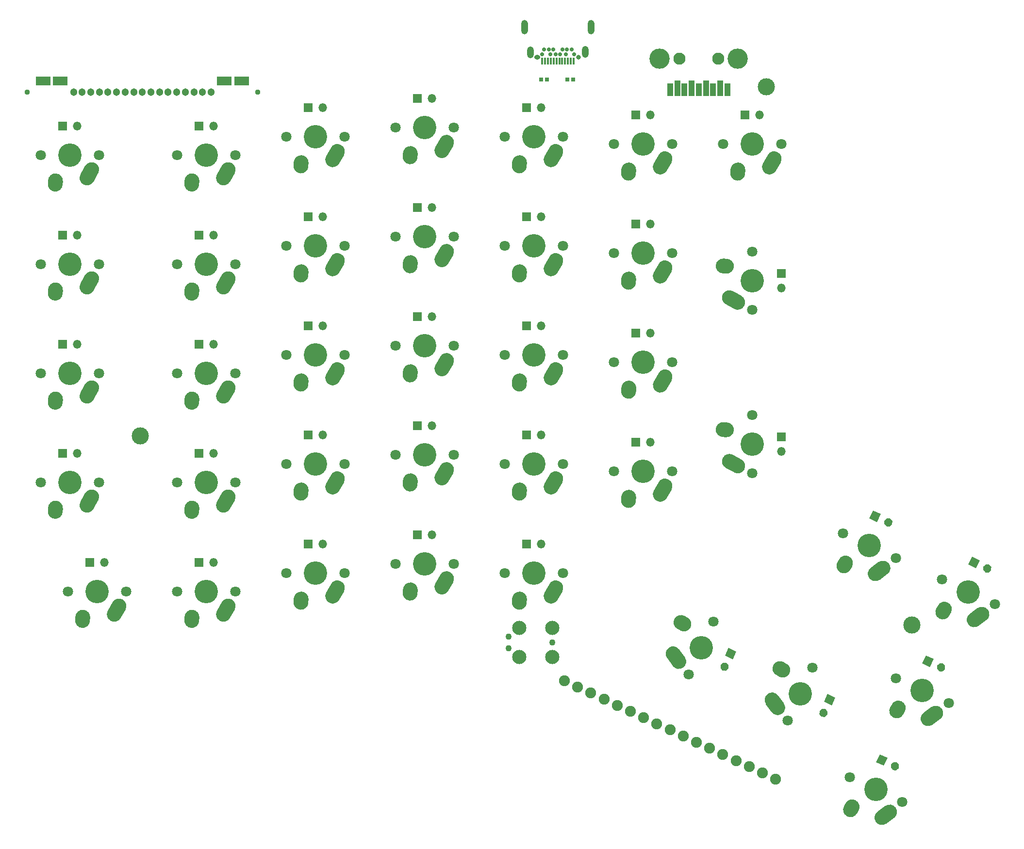
<source format=gts>
G04 #@! TF.GenerationSoftware,KiCad,Pcbnew,5.1.6-c6e7f7d~87~ubuntu20.04.1*
G04 #@! TF.CreationDate,2020-08-07T18:47:16+02:00*
G04 #@! TF.ProjectId,ICEDLeft,49434544-4c65-4667-942e-6b696361645f,1.2b*
G04 #@! TF.SameCoordinates,Original*
G04 #@! TF.FileFunction,Soldermask,Top*
G04 #@! TF.FilePolarity,Negative*
%FSLAX46Y46*%
G04 Gerber Fmt 4.6, Leading zero omitted, Abs format (unit mm)*
G04 Created by KiCad (PCBNEW 5.1.6-c6e7f7d~87~ubuntu20.04.1) date 2020-08-07 18:47:16*
%MOMM*%
%LPD*%
G01*
G04 APERTURE LIST*
%ADD10C,2.101600*%
%ADD11C,3.539600*%
%ADD12R,1.001600X2.251600*%
%ADD13R,1.001600X2.701600*%
%ADD14R,0.701600X0.751600*%
%ADD15C,1.092210*%
%ADD16C,2.476510*%
%ADD17C,1.901600*%
%ADD18C,3.000000*%
%ADD19R,2.501600X1.601600*%
%ADD20C,1.301600*%
%ADD21C,0.951610*%
%ADD22O,1.501600X1.501600*%
%ADD23R,1.501600X1.501600*%
%ADD24C,0.100000*%
%ADD25C,4.089410*%
%ADD26C,1.803410*%
%ADD27C,0.801600*%
%ADD28R,0.401600X1.201600*%
%ADD29C,0.701600*%
%ADD30O,1.201600X2.051600*%
%ADD31O,1.201600X2.501600*%
%ADD32O,1.051600X0.801600*%
G04 APERTURE END LIST*
D10*
G04 #@! TO.C,J1*
X132170000Y-32739000D03*
X138970000Y-32739000D03*
D11*
X128770000Y-32739000D03*
X142370000Y-32739000D03*
D12*
X140570000Y-38184000D03*
X138070000Y-38184000D03*
X135570000Y-38184000D03*
X133070000Y-38184000D03*
X130570000Y-38184000D03*
D13*
X131820000Y-37959000D03*
X134320000Y-37959000D03*
X136820000Y-37959000D03*
X139320000Y-37959000D03*
G04 #@! TD*
D14*
G04 #@! TO.C,R14*
X109085000Y-36449000D03*
X108085000Y-36449000D03*
G04 #@! TD*
D15*
G04 #@! TO.C,P1*
X109982000Y-134747000D03*
X102362000Y-133731000D03*
X102362000Y-135763000D03*
D16*
X109982000Y-132207000D03*
X104267000Y-132207000D03*
X109982000Y-137287000D03*
X104267000Y-137287000D03*
G04 #@! TD*
D17*
G04 #@! TO.C,P3*
X148972174Y-158574603D03*
X146670152Y-157501153D03*
X144368131Y-156427702D03*
X142066109Y-155354252D03*
X139764087Y-154280802D03*
X137462065Y-153207351D03*
X135160044Y-152133901D03*
X132858022Y-151060450D03*
X130556000Y-149987000D03*
X128253978Y-148913550D03*
X125951956Y-147840099D03*
X123649935Y-146766649D03*
X121347913Y-145693198D03*
X119045891Y-144619748D03*
X116743869Y-143546298D03*
X114441848Y-142472847D03*
X112139826Y-141399397D03*
G04 #@! TD*
D18*
G04 #@! TO.C,FID4*
X38100000Y-98679000D03*
G04 #@! TD*
G04 #@! TO.C,FID6*
X172720000Y-131699000D03*
G04 #@! TD*
G04 #@! TO.C,FID2*
X147320000Y-37719000D03*
G04 #@! TD*
D19*
G04 #@! TO.C,LCD1*
X21197000Y-36665000D03*
X24197000Y-36665000D03*
D20*
X26497000Y-38615000D03*
X27997000Y-38615000D03*
X29497000Y-38615000D03*
X30997000Y-38615000D03*
X32497000Y-38615000D03*
X33997000Y-38615000D03*
X35497000Y-38615000D03*
X36997000Y-38615000D03*
X38497000Y-38615000D03*
X39997000Y-38615000D03*
X41497000Y-38615000D03*
X42997000Y-38615000D03*
X44497000Y-38615000D03*
X45997000Y-38615000D03*
X47497000Y-38615000D03*
X48997000Y-38615000D03*
X50497000Y-38615000D03*
D19*
X52797000Y-36665000D03*
X55797000Y-36665000D03*
D21*
X58597000Y-38615000D03*
X18397000Y-38615000D03*
G04 #@! TD*
D22*
G04 #@! TO.C,D51*
X50927500Y-63573700D03*
D23*
X48387500Y-63573700D03*
G04 #@! TD*
G04 #@! TO.C,D69*
G36*
G01*
X169113555Y-156017423D02*
X169113555Y-156017423D01*
G75*
G02*
X170111313Y-155654269I680456J-317302D01*
G01*
X170111313Y-155654269D01*
G75*
G02*
X170474467Y-156652027I-317302J-680456D01*
G01*
X170474467Y-156652027D01*
G75*
G02*
X169476709Y-157015181I-680456J317302D01*
G01*
X169476709Y-157015181D01*
G75*
G02*
X169113555Y-156017423I317302J680456D01*
G01*
G37*
D24*
G36*
X166494231Y-155624429D02*
G01*
X167128835Y-154263517D01*
X168489747Y-154898121D01*
X167855143Y-156259033D01*
X166494231Y-155624429D01*
G37*
G04 #@! TD*
D22*
G04 #@! TO.C,D66*
X50927500Y-101674000D03*
D23*
X48387500Y-101674000D03*
G04 #@! TD*
D22*
G04 #@! TO.C,D50*
X69977000Y-60398700D03*
D23*
X67437000Y-60398700D03*
G04 #@! TD*
D22*
G04 #@! TO.C,D65*
X69977000Y-98499000D03*
D23*
X67437000Y-98499000D03*
G04 #@! TD*
D22*
G04 #@! TO.C,D49*
X89027000Y-58801000D03*
D23*
X86487000Y-58801000D03*
G04 #@! TD*
D22*
G04 #@! TO.C,D64*
X89027000Y-96901000D03*
D23*
X86487000Y-96901000D03*
G04 #@! TD*
D22*
G04 #@! TO.C,D48*
X108077000Y-60398700D03*
D23*
X105537000Y-60398700D03*
G04 #@! TD*
D22*
G04 #@! TO.C,D67*
X27115000Y-101674000D03*
D23*
X24575000Y-101674000D03*
G04 #@! TD*
D22*
G04 #@! TO.C,D52*
X27115000Y-63573700D03*
D23*
X24575000Y-63573700D03*
G04 #@! TD*
G04 #@! TO.C,D68*
G36*
G01*
X177165555Y-138750423D02*
X177165555Y-138750423D01*
G75*
G02*
X178163313Y-138387269I680456J-317302D01*
G01*
X178163313Y-138387269D01*
G75*
G02*
X178526467Y-139385027I-317302J-680456D01*
G01*
X178526467Y-139385027D01*
G75*
G02*
X177528709Y-139748181I-680456J317302D01*
G01*
X177528709Y-139748181D01*
G75*
G02*
X177165555Y-138750423I317302J680456D01*
G01*
G37*
D24*
G36*
X174546231Y-138357429D02*
G01*
X175180835Y-136996517D01*
X176541747Y-137631121D01*
X175907143Y-138992033D01*
X174546231Y-138357429D01*
G37*
G04 #@! TD*
D22*
G04 #@! TO.C,D53*
X127138000Y-80708100D03*
D23*
X124598000Y-80708100D03*
G04 #@! TD*
D22*
G04 #@! TO.C,D63*
X108077000Y-98499000D03*
D23*
X105537000Y-98499000D03*
G04 #@! TD*
D22*
G04 #@! TO.C,D54*
X108077000Y-79449000D03*
D23*
X105537000Y-79449000D03*
G04 #@! TD*
G04 #@! TO.C,D70*
G36*
G01*
X157641577Y-146334555D02*
X157641577Y-146334555D01*
G75*
G02*
X158004731Y-147332313I-317302J-680456D01*
G01*
X158004731Y-147332313D01*
G75*
G02*
X157006973Y-147695467I-680456J317302D01*
G01*
X157006973Y-147695467D01*
G75*
G02*
X156643819Y-146697709I317302J680456D01*
G01*
X156643819Y-146697709D01*
G75*
G02*
X157641577Y-146334555I680456J-317302D01*
G01*
G37*
D24*
G36*
X158034571Y-143715231D02*
G01*
X159395483Y-144349835D01*
X158760879Y-145710747D01*
X157399967Y-145076143D01*
X158034571Y-143715231D01*
G37*
G04 #@! TD*
D22*
G04 #@! TO.C,D43*
X69977000Y-41348700D03*
D23*
X67437000Y-41348700D03*
G04 #@! TD*
D22*
G04 #@! TO.C,D55*
X89027000Y-77851000D03*
D23*
X86487000Y-77851000D03*
G04 #@! TD*
G04 #@! TO.C,D71*
G36*
G01*
X140377577Y-138283555D02*
X140377577Y-138283555D01*
G75*
G02*
X140740731Y-139281313I-317302J-680456D01*
G01*
X140740731Y-139281313D01*
G75*
G02*
X139742973Y-139644467I-680456J317302D01*
G01*
X139742973Y-139644467D01*
G75*
G02*
X139379819Y-138646709I317302J680456D01*
G01*
X139379819Y-138646709D01*
G75*
G02*
X140377577Y-138283555I680456J-317302D01*
G01*
G37*
D24*
G36*
X140770571Y-135664231D02*
G01*
X142131483Y-136298835D01*
X141496879Y-137659747D01*
X140135967Y-137025143D01*
X140770571Y-135664231D01*
G37*
G04 #@! TD*
D22*
G04 #@! TO.C,D40*
X127127000Y-42621200D03*
D23*
X124587000Y-42621200D03*
G04 #@! TD*
D22*
G04 #@! TO.C,D56*
X69977000Y-79449000D03*
D23*
X67437000Y-79449000D03*
G04 #@! TD*
D22*
G04 #@! TO.C,D72*
X108077000Y-117549000D03*
D23*
X105537000Y-117549000D03*
G04 #@! TD*
D22*
G04 #@! TO.C,D41*
X108077000Y-41348700D03*
D23*
X105537000Y-41348700D03*
G04 #@! TD*
D22*
G04 #@! TO.C,D57*
X50927500Y-82624000D03*
D23*
X48387500Y-82624000D03*
G04 #@! TD*
D22*
G04 #@! TO.C,D73*
X89027000Y-115951000D03*
D23*
X86487000Y-115951000D03*
G04 #@! TD*
D22*
G04 #@! TO.C,D42*
X89027000Y-39751000D03*
D23*
X86487000Y-39751000D03*
G04 #@! TD*
D22*
G04 #@! TO.C,D58*
X27115000Y-82624000D03*
D23*
X24575000Y-82624000D03*
G04 #@! TD*
D22*
G04 #@! TO.C,D74*
X69977000Y-117549000D03*
D23*
X67437000Y-117549000D03*
G04 #@! TD*
D22*
G04 #@! TO.C,D39*
X146177000Y-42621200D03*
D23*
X143637000Y-42621200D03*
G04 #@! TD*
G04 #@! TO.C,D59*
G36*
G01*
X185217555Y-121484423D02*
X185217555Y-121484423D01*
G75*
G02*
X186215313Y-121121269I680456J-317302D01*
G01*
X186215313Y-121121269D01*
G75*
G02*
X186578467Y-122119027I-317302J-680456D01*
G01*
X186578467Y-122119027D01*
G75*
G02*
X185580709Y-122482181I-680456J317302D01*
G01*
X185580709Y-122482181D01*
G75*
G02*
X185217555Y-121484423I317302J680456D01*
G01*
G37*
D24*
G36*
X182598231Y-121091429D02*
G01*
X183232835Y-119730517D01*
X184593747Y-120365121D01*
X183959143Y-121726033D01*
X182598231Y-121091429D01*
G37*
G04 #@! TD*
D22*
G04 #@! TO.C,D75*
X50927000Y-120724000D03*
D23*
X48387000Y-120724000D03*
G04 #@! TD*
D22*
G04 #@! TO.C,D44*
X50927500Y-44526200D03*
D23*
X48387500Y-44526200D03*
G04 #@! TD*
G04 #@! TO.C,D60*
G36*
G01*
X167953555Y-113434423D02*
X167953555Y-113434423D01*
G75*
G02*
X168951313Y-113071269I680456J-317302D01*
G01*
X168951313Y-113071269D01*
G75*
G02*
X169314467Y-114069027I-317302J-680456D01*
G01*
X169314467Y-114069027D01*
G75*
G02*
X168316709Y-114432181I-680456J317302D01*
G01*
X168316709Y-114432181D01*
G75*
G02*
X167953555Y-113434423I317302J680456D01*
G01*
G37*
D24*
G36*
X165334231Y-113041429D02*
G01*
X165968835Y-111680517D01*
X167329747Y-112315121D01*
X166695143Y-113676033D01*
X165334231Y-113041429D01*
G37*
G04 #@! TD*
D22*
G04 #@! TO.C,D76*
X31877000Y-120724000D03*
D23*
X29337000Y-120724000D03*
G04 #@! TD*
D22*
G04 #@! TO.C,D45*
X27115000Y-44526200D03*
D23*
X24575000Y-44526200D03*
G04 #@! TD*
D22*
G04 #@! TO.C,D61*
X149987000Y-101356000D03*
D23*
X149987000Y-98816000D03*
G04 #@! TD*
D22*
G04 #@! TO.C,D46*
X149987000Y-72781200D03*
D23*
X149987000Y-70241200D03*
G04 #@! TD*
D22*
G04 #@! TO.C,D62*
X127127000Y-99769000D03*
D23*
X124587000Y-99769000D03*
G04 #@! TD*
D22*
G04 #@! TO.C,D47*
X127127000Y-61668700D03*
D23*
X124587000Y-61668700D03*
G04 #@! TD*
D25*
G04 #@! TO.C,S22*
X165334000Y-117820000D03*
D26*
X169938044Y-119966901D03*
X160729956Y-115673099D03*
G36*
G01*
X168477646Y-122785467D02*
X167125731Y-123765889D01*
G75*
G02*
X165309023Y-123476525I-763672J1053036D01*
G01*
X165309023Y-123476525D01*
G75*
G02*
X165598387Y-121659817I1053036J763672D01*
G01*
X166950301Y-120679395D01*
G75*
G02*
X168767009Y-120968759I763672J-1053036D01*
G01*
X168767009Y-120968759D01*
G75*
G02*
X168477645Y-122785467I-1053036J-763672D01*
G01*
G37*
G36*
G01*
X162304719Y-121470985D02*
X162024415Y-121978755D01*
G75*
G02*
X160256957Y-122488905I-1138804J628654D01*
G01*
X160256957Y-122488905D01*
G75*
G02*
X159746807Y-120721447I628654J1138804D01*
G01*
X160027111Y-120213677D01*
G75*
G02*
X161794569Y-119703527I1138804J-628654D01*
G01*
X161794569Y-119703527D01*
G75*
G02*
X162304719Y-121470985I-628654J-1138804D01*
G01*
G37*
G04 #@! TD*
D25*
G04 #@! TO.C,S2*
X125857000Y-47701200D03*
D26*
X130937000Y-47701200D03*
X120777000Y-47701200D03*
G36*
G01*
X130804608Y-50872879D02*
X129993702Y-52332787D01*
G75*
G02*
X128224914Y-52838309I-1137155J631633D01*
G01*
X128224914Y-52838309D01*
G75*
G02*
X127719392Y-51069521I631633J1137155D01*
G01*
X128530298Y-49609613D01*
G75*
G02*
X130299086Y-49104091I1137155J-631633D01*
G01*
X130299086Y-49104091D01*
G75*
G02*
X130804608Y-50872879I-631633J-1137155D01*
G01*
G37*
G36*
G01*
X124654512Y-52290346D02*
X124615064Y-52869002D01*
G75*
G02*
X123228802Y-54078316I-1297788J88474D01*
G01*
X123228802Y-54078316D01*
G75*
G02*
X122019488Y-52692054I88474J1297788D01*
G01*
X122058936Y-52113398D01*
G75*
G02*
X123445198Y-50904084I1297788J-88474D01*
G01*
X123445198Y-50904084D01*
G75*
G02*
X124654512Y-52290346I-88474J-1297788D01*
G01*
G37*
G04 #@! TD*
D25*
G04 #@! TO.C,S12*
X68707000Y-65478700D03*
D26*
X73787000Y-65478700D03*
X63627000Y-65478700D03*
G36*
G01*
X73654608Y-68650379D02*
X72843702Y-70110287D01*
G75*
G02*
X71074914Y-70615809I-1137155J631633D01*
G01*
X71074914Y-70615809D01*
G75*
G02*
X70569392Y-68847021I631633J1137155D01*
G01*
X71380298Y-67387113D01*
G75*
G02*
X73149086Y-66881591I1137155J-631633D01*
G01*
X73149086Y-66881591D01*
G75*
G02*
X73654608Y-68650379I-631633J-1137155D01*
G01*
G37*
G36*
G01*
X67504512Y-70067846D02*
X67465064Y-70646502D01*
G75*
G02*
X66078802Y-71855816I-1297788J88474D01*
G01*
X66078802Y-71855816D01*
G75*
G02*
X64869488Y-70469554I88474J1297788D01*
G01*
X64908936Y-69890898D01*
G75*
G02*
X66295198Y-68681584I1297788J-88474D01*
G01*
X66295198Y-68681584D01*
G75*
G02*
X67504512Y-70067846I-88474J-1297788D01*
G01*
G37*
G04 #@! TD*
D25*
G04 #@! TO.C,S32*
X153258000Y-143718000D03*
D26*
X151111099Y-148322044D03*
X155404901Y-139113956D03*
G36*
G01*
X148292533Y-146861646D02*
X147312111Y-145509731D01*
G75*
G02*
X147601475Y-143693023I1053036J763672D01*
G01*
X147601475Y-143693023D01*
G75*
G02*
X149418183Y-143982387I763672J-1053036D01*
G01*
X150398605Y-145334301D01*
G75*
G02*
X150109241Y-147151009I-1053036J-763672D01*
G01*
X150109241Y-147151009D01*
G75*
G02*
X148292533Y-146861645I-763672J1053036D01*
G01*
G37*
G36*
G01*
X149607015Y-140688719D02*
X149099245Y-140408415D01*
G75*
G02*
X148589095Y-138640957I628654J1138804D01*
G01*
X148589095Y-138640957D01*
G75*
G02*
X150356553Y-138130807I1138804J-628654D01*
G01*
X150864323Y-138411111D01*
G75*
G02*
X151374473Y-140178569I-628654J-1138804D01*
G01*
X151374473Y-140178569D01*
G75*
G02*
X149607015Y-140688719I-1138804J628654D01*
G01*
G37*
G04 #@! TD*
D25*
G04 #@! TO.C,S34*
X106807000Y-122629000D03*
D26*
X111887000Y-122629000D03*
X101727000Y-122629000D03*
G36*
G01*
X111754608Y-125800679D02*
X110943702Y-127260587D01*
G75*
G02*
X109174914Y-127766109I-1137155J631633D01*
G01*
X109174914Y-127766109D01*
G75*
G02*
X108669392Y-125997321I631633J1137155D01*
G01*
X109480298Y-124537413D01*
G75*
G02*
X111249086Y-124031891I1137155J-631633D01*
G01*
X111249086Y-124031891D01*
G75*
G02*
X111754608Y-125800679I-631633J-1137155D01*
G01*
G37*
G36*
G01*
X105604512Y-127218146D02*
X105565064Y-127796802D01*
G75*
G02*
X104178802Y-129006116I-1297788J88474D01*
G01*
X104178802Y-129006116D01*
G75*
G02*
X102969488Y-127619854I88474J1297788D01*
G01*
X103008936Y-127041198D01*
G75*
G02*
X104395198Y-125831884I1297788J-88474D01*
G01*
X104395198Y-125831884D01*
G75*
G02*
X105604512Y-127218146I-88474J-1297788D01*
G01*
G37*
G04 #@! TD*
D25*
G04 #@! TO.C,S35*
X87757000Y-121031000D03*
D26*
X92837000Y-121031000D03*
X82677000Y-121031000D03*
G36*
G01*
X92704608Y-124202679D02*
X91893702Y-125662587D01*
G75*
G02*
X90124914Y-126168109I-1137155J631633D01*
G01*
X90124914Y-126168109D01*
G75*
G02*
X89619392Y-124399321I631633J1137155D01*
G01*
X90430298Y-122939413D01*
G75*
G02*
X92199086Y-122433891I1137155J-631633D01*
G01*
X92199086Y-122433891D01*
G75*
G02*
X92704608Y-124202679I-631633J-1137155D01*
G01*
G37*
G36*
G01*
X86554512Y-125620146D02*
X86515064Y-126198802D01*
G75*
G02*
X85128802Y-127408116I-1297788J88474D01*
G01*
X85128802Y-127408116D01*
G75*
G02*
X83919488Y-126021854I88474J1297788D01*
G01*
X83958936Y-125443198D01*
G75*
G02*
X85345198Y-124233884I1297788J-88474D01*
G01*
X85345198Y-124233884D01*
G75*
G02*
X86554512Y-125620146I-88474J-1297788D01*
G01*
G37*
G04 #@! TD*
D25*
G04 #@! TO.C,S37*
X49657000Y-125804000D03*
D26*
X54737000Y-125804000D03*
X44577000Y-125804000D03*
G36*
G01*
X54604608Y-128975679D02*
X53793702Y-130435587D01*
G75*
G02*
X52024914Y-130941109I-1137155J631633D01*
G01*
X52024914Y-130941109D01*
G75*
G02*
X51519392Y-129172321I631633J1137155D01*
G01*
X52330298Y-127712413D01*
G75*
G02*
X54099086Y-127206891I1137155J-631633D01*
G01*
X54099086Y-127206891D01*
G75*
G02*
X54604608Y-128975679I-631633J-1137155D01*
G01*
G37*
G36*
G01*
X48454512Y-130393146D02*
X48415064Y-130971802D01*
G75*
G02*
X47028802Y-132181116I-1297788J88474D01*
G01*
X47028802Y-132181116D01*
G75*
G02*
X45819488Y-130794854I88474J1297788D01*
G01*
X45858936Y-130216198D01*
G75*
G02*
X47245198Y-129006884I1297788J-88474D01*
G01*
X47245198Y-129006884D01*
G75*
G02*
X48454512Y-130393146I-88474J-1297788D01*
G01*
G37*
G04 #@! TD*
D25*
G04 #@! TO.C,S24*
X125857000Y-104849000D03*
D26*
X130937000Y-104849000D03*
X120777000Y-104849000D03*
G36*
G01*
X130804608Y-108020679D02*
X129993702Y-109480587D01*
G75*
G02*
X128224914Y-109986109I-1137155J631633D01*
G01*
X128224914Y-109986109D01*
G75*
G02*
X127719392Y-108217321I631633J1137155D01*
G01*
X128530298Y-106757413D01*
G75*
G02*
X130299086Y-106251891I1137155J-631633D01*
G01*
X130299086Y-106251891D01*
G75*
G02*
X130804608Y-108020679I-631633J-1137155D01*
G01*
G37*
G36*
G01*
X124654512Y-109438146D02*
X124615064Y-110016802D01*
G75*
G02*
X123228802Y-111226116I-1297788J88474D01*
G01*
X123228802Y-111226116D01*
G75*
G02*
X122019488Y-109839854I88474J1297788D01*
G01*
X122058936Y-109261198D01*
G75*
G02*
X123445198Y-108051884I1297788J-88474D01*
G01*
X123445198Y-108051884D01*
G75*
G02*
X124654512Y-109438146I-88474J-1297788D01*
G01*
G37*
G04 #@! TD*
D25*
G04 #@! TO.C,S25*
X106807000Y-103579000D03*
D26*
X111887000Y-103579000D03*
X101727000Y-103579000D03*
G36*
G01*
X111754608Y-106750679D02*
X110943702Y-108210587D01*
G75*
G02*
X109174914Y-108716109I-1137155J631633D01*
G01*
X109174914Y-108716109D01*
G75*
G02*
X108669392Y-106947321I631633J1137155D01*
G01*
X109480298Y-105487413D01*
G75*
G02*
X111249086Y-104981891I1137155J-631633D01*
G01*
X111249086Y-104981891D01*
G75*
G02*
X111754608Y-106750679I-631633J-1137155D01*
G01*
G37*
G36*
G01*
X105604512Y-108168146D02*
X105565064Y-108746802D01*
G75*
G02*
X104178802Y-109956116I-1297788J88474D01*
G01*
X104178802Y-109956116D01*
G75*
G02*
X102969488Y-108569854I88474J1297788D01*
G01*
X103008936Y-107991198D01*
G75*
G02*
X104395198Y-106781884I1297788J-88474D01*
G01*
X104395198Y-106781884D01*
G75*
G02*
X105604512Y-108168146I-88474J-1297788D01*
G01*
G37*
G04 #@! TD*
D25*
G04 #@! TO.C,S26*
X87757000Y-101981000D03*
D26*
X92837000Y-101981000D03*
X82677000Y-101981000D03*
G36*
G01*
X92704608Y-105152679D02*
X91893702Y-106612587D01*
G75*
G02*
X90124914Y-107118109I-1137155J631633D01*
G01*
X90124914Y-107118109D01*
G75*
G02*
X89619392Y-105349321I631633J1137155D01*
G01*
X90430298Y-103889413D01*
G75*
G02*
X92199086Y-103383891I1137155J-631633D01*
G01*
X92199086Y-103383891D01*
G75*
G02*
X92704608Y-105152679I-631633J-1137155D01*
G01*
G37*
G36*
G01*
X86554512Y-106570146D02*
X86515064Y-107148802D01*
G75*
G02*
X85128802Y-108358116I-1297788J88474D01*
G01*
X85128802Y-108358116D01*
G75*
G02*
X83919488Y-106971854I88474J1297788D01*
G01*
X83958936Y-106393198D01*
G75*
G02*
X85345198Y-105183884I1297788J-88474D01*
G01*
X85345198Y-105183884D01*
G75*
G02*
X86554512Y-106570146I-88474J-1297788D01*
G01*
G37*
G04 #@! TD*
D25*
G04 #@! TO.C,S27*
X68707000Y-103579000D03*
D26*
X73787000Y-103579000D03*
X63627000Y-103579000D03*
G36*
G01*
X73654608Y-106750679D02*
X72843702Y-108210587D01*
G75*
G02*
X71074914Y-108716109I-1137155J631633D01*
G01*
X71074914Y-108716109D01*
G75*
G02*
X70569392Y-106947321I631633J1137155D01*
G01*
X71380298Y-105487413D01*
G75*
G02*
X73149086Y-104981891I1137155J-631633D01*
G01*
X73149086Y-104981891D01*
G75*
G02*
X73654608Y-106750679I-631633J-1137155D01*
G01*
G37*
G36*
G01*
X67504512Y-108168146D02*
X67465064Y-108746802D01*
G75*
G02*
X66078802Y-109956116I-1297788J88474D01*
G01*
X66078802Y-109956116D01*
G75*
G02*
X64869488Y-108569854I88474J1297788D01*
G01*
X64908936Y-107991198D01*
G75*
G02*
X66295198Y-106781884I1297788J-88474D01*
G01*
X66295198Y-106781884D01*
G75*
G02*
X67504512Y-108168146I-88474J-1297788D01*
G01*
G37*
G04 #@! TD*
D25*
G04 #@! TO.C,S28*
X49657000Y-106754000D03*
D26*
X54737000Y-106754000D03*
X44577000Y-106754000D03*
G36*
G01*
X54604608Y-109925679D02*
X53793702Y-111385587D01*
G75*
G02*
X52024914Y-111891109I-1137155J631633D01*
G01*
X52024914Y-111891109D01*
G75*
G02*
X51519392Y-110122321I631633J1137155D01*
G01*
X52330298Y-108662413D01*
G75*
G02*
X54099086Y-108156891I1137155J-631633D01*
G01*
X54099086Y-108156891D01*
G75*
G02*
X54604608Y-109925679I-631633J-1137155D01*
G01*
G37*
G36*
G01*
X48454512Y-111343146D02*
X48415064Y-111921802D01*
G75*
G02*
X47028802Y-113131116I-1297788J88474D01*
G01*
X47028802Y-113131116D01*
G75*
G02*
X45819488Y-111744854I88474J1297788D01*
G01*
X45858936Y-111166198D01*
G75*
G02*
X47245198Y-109956884I1297788J-88474D01*
G01*
X47245198Y-109956884D01*
G75*
G02*
X48454512Y-111343146I-88474J-1297788D01*
G01*
G37*
G04 #@! TD*
D25*
G04 #@! TO.C,S15*
X125868000Y-85788100D03*
D26*
X130948000Y-85788100D03*
X120788000Y-85788100D03*
G36*
G01*
X130815608Y-88959779D02*
X130004702Y-90419687D01*
G75*
G02*
X128235914Y-90925209I-1137155J631633D01*
G01*
X128235914Y-90925209D01*
G75*
G02*
X127730392Y-89156421I631633J1137155D01*
G01*
X128541298Y-87696513D01*
G75*
G02*
X130310086Y-87190991I1137155J-631633D01*
G01*
X130310086Y-87190991D01*
G75*
G02*
X130815608Y-88959779I-631633J-1137155D01*
G01*
G37*
G36*
G01*
X124665512Y-90377246D02*
X124626064Y-90955902D01*
G75*
G02*
X123239802Y-92165216I-1297788J88474D01*
G01*
X123239802Y-92165216D01*
G75*
G02*
X122030488Y-90778954I88474J1297788D01*
G01*
X122069936Y-90200298D01*
G75*
G02*
X123456198Y-88990984I1297788J-88474D01*
G01*
X123456198Y-88990984D01*
G75*
G02*
X124665512Y-90377246I-88474J-1297788D01*
G01*
G37*
G04 #@! TD*
D25*
G04 #@! TO.C,S16*
X106807000Y-84529000D03*
D26*
X111887000Y-84529000D03*
X101727000Y-84529000D03*
G36*
G01*
X111754608Y-87700679D02*
X110943702Y-89160587D01*
G75*
G02*
X109174914Y-89666109I-1137155J631633D01*
G01*
X109174914Y-89666109D01*
G75*
G02*
X108669392Y-87897321I631633J1137155D01*
G01*
X109480298Y-86437413D01*
G75*
G02*
X111249086Y-85931891I1137155J-631633D01*
G01*
X111249086Y-85931891D01*
G75*
G02*
X111754608Y-87700679I-631633J-1137155D01*
G01*
G37*
G36*
G01*
X105604512Y-89118146D02*
X105565064Y-89696802D01*
G75*
G02*
X104178802Y-90906116I-1297788J88474D01*
G01*
X104178802Y-90906116D01*
G75*
G02*
X102969488Y-89519854I88474J1297788D01*
G01*
X103008936Y-88941198D01*
G75*
G02*
X104395198Y-87731884I1297788J-88474D01*
G01*
X104395198Y-87731884D01*
G75*
G02*
X105604512Y-89118146I-88474J-1297788D01*
G01*
G37*
G04 #@! TD*
D25*
G04 #@! TO.C,S17*
X87757000Y-82931000D03*
D26*
X92837000Y-82931000D03*
X82677000Y-82931000D03*
G36*
G01*
X92704608Y-86102679D02*
X91893702Y-87562587D01*
G75*
G02*
X90124914Y-88068109I-1137155J631633D01*
G01*
X90124914Y-88068109D01*
G75*
G02*
X89619392Y-86299321I631633J1137155D01*
G01*
X90430298Y-84839413D01*
G75*
G02*
X92199086Y-84333891I1137155J-631633D01*
G01*
X92199086Y-84333891D01*
G75*
G02*
X92704608Y-86102679I-631633J-1137155D01*
G01*
G37*
G36*
G01*
X86554512Y-87520146D02*
X86515064Y-88098802D01*
G75*
G02*
X85128802Y-89308116I-1297788J88474D01*
G01*
X85128802Y-89308116D01*
G75*
G02*
X83919488Y-87921854I88474J1297788D01*
G01*
X83958936Y-87343198D01*
G75*
G02*
X85345198Y-86133884I1297788J-88474D01*
G01*
X85345198Y-86133884D01*
G75*
G02*
X86554512Y-87520146I-88474J-1297788D01*
G01*
G37*
G04 #@! TD*
D25*
G04 #@! TO.C,S18*
X68707000Y-84529000D03*
D26*
X73787000Y-84529000D03*
X63627000Y-84529000D03*
G36*
G01*
X73654608Y-87700679D02*
X72843702Y-89160587D01*
G75*
G02*
X71074914Y-89666109I-1137155J631633D01*
G01*
X71074914Y-89666109D01*
G75*
G02*
X70569392Y-87897321I631633J1137155D01*
G01*
X71380298Y-86437413D01*
G75*
G02*
X73149086Y-85931891I1137155J-631633D01*
G01*
X73149086Y-85931891D01*
G75*
G02*
X73654608Y-87700679I-631633J-1137155D01*
G01*
G37*
G36*
G01*
X67504512Y-89118146D02*
X67465064Y-89696802D01*
G75*
G02*
X66078802Y-90906116I-1297788J88474D01*
G01*
X66078802Y-90906116D01*
G75*
G02*
X64869488Y-89519854I88474J1297788D01*
G01*
X64908936Y-88941198D01*
G75*
G02*
X66295198Y-87731884I1297788J-88474D01*
G01*
X66295198Y-87731884D01*
G75*
G02*
X67504512Y-89118146I-88474J-1297788D01*
G01*
G37*
G04 #@! TD*
D25*
G04 #@! TO.C,S19*
X49657000Y-87704000D03*
D26*
X54737000Y-87704000D03*
X44577000Y-87704000D03*
G36*
G01*
X54604608Y-90875679D02*
X53793702Y-92335587D01*
G75*
G02*
X52024914Y-92841109I-1137155J631633D01*
G01*
X52024914Y-92841109D01*
G75*
G02*
X51519392Y-91072321I631633J1137155D01*
G01*
X52330298Y-89612413D01*
G75*
G02*
X54099086Y-89106891I1137155J-631633D01*
G01*
X54099086Y-89106891D01*
G75*
G02*
X54604608Y-90875679I-631633J-1137155D01*
G01*
G37*
G36*
G01*
X48454512Y-92293146D02*
X48415064Y-92871802D01*
G75*
G02*
X47028802Y-94081116I-1297788J88474D01*
G01*
X47028802Y-94081116D01*
G75*
G02*
X45819488Y-92694854I88474J1297788D01*
G01*
X45858936Y-92116198D01*
G75*
G02*
X47245198Y-90906884I1297788J-88474D01*
G01*
X47245198Y-90906884D01*
G75*
G02*
X48454512Y-92293146I-88474J-1297788D01*
G01*
G37*
G04 #@! TD*
D25*
G04 #@! TO.C,S10*
X106807000Y-65478700D03*
D26*
X111887000Y-65478700D03*
X101727000Y-65478700D03*
G36*
G01*
X111754608Y-68650379D02*
X110943702Y-70110287D01*
G75*
G02*
X109174914Y-70615809I-1137155J631633D01*
G01*
X109174914Y-70615809D01*
G75*
G02*
X108669392Y-68847021I631633J1137155D01*
G01*
X109480298Y-67387113D01*
G75*
G02*
X111249086Y-66881591I1137155J-631633D01*
G01*
X111249086Y-66881591D01*
G75*
G02*
X111754608Y-68650379I-631633J-1137155D01*
G01*
G37*
G36*
G01*
X105604512Y-70067846D02*
X105565064Y-70646502D01*
G75*
G02*
X104178802Y-71855816I-1297788J88474D01*
G01*
X104178802Y-71855816D01*
G75*
G02*
X102969488Y-70469554I88474J1297788D01*
G01*
X103008936Y-69890898D01*
G75*
G02*
X104395198Y-68681584I1297788J-88474D01*
G01*
X104395198Y-68681584D01*
G75*
G02*
X105604512Y-70067846I-88474J-1297788D01*
G01*
G37*
G04 #@! TD*
D25*
G04 #@! TO.C,S11*
X87757000Y-63881000D03*
D26*
X92837000Y-63881000D03*
X82677000Y-63881000D03*
G36*
G01*
X92704608Y-67052679D02*
X91893702Y-68512587D01*
G75*
G02*
X90124914Y-69018109I-1137155J631633D01*
G01*
X90124914Y-69018109D01*
G75*
G02*
X89619392Y-67249321I631633J1137155D01*
G01*
X90430298Y-65789413D01*
G75*
G02*
X92199086Y-65283891I1137155J-631633D01*
G01*
X92199086Y-65283891D01*
G75*
G02*
X92704608Y-67052679I-631633J-1137155D01*
G01*
G37*
G36*
G01*
X86554512Y-68470146D02*
X86515064Y-69048802D01*
G75*
G02*
X85128802Y-70258116I-1297788J88474D01*
G01*
X85128802Y-70258116D01*
G75*
G02*
X83919488Y-68871854I88474J1297788D01*
G01*
X83958936Y-68293198D01*
G75*
G02*
X85345198Y-67083884I1297788J-88474D01*
G01*
X85345198Y-67083884D01*
G75*
G02*
X86554512Y-68470146I-88474J-1297788D01*
G01*
G37*
G04 #@! TD*
D25*
G04 #@! TO.C,S13*
X49657000Y-68653700D03*
D26*
X54737000Y-68653700D03*
X44577000Y-68653700D03*
G36*
G01*
X54604608Y-71825379D02*
X53793702Y-73285287D01*
G75*
G02*
X52024914Y-73790809I-1137155J631633D01*
G01*
X52024914Y-73790809D01*
G75*
G02*
X51519392Y-72022021I631633J1137155D01*
G01*
X52330298Y-70562113D01*
G75*
G02*
X54099086Y-70056591I1137155J-631633D01*
G01*
X54099086Y-70056591D01*
G75*
G02*
X54604608Y-71825379I-631633J-1137155D01*
G01*
G37*
G36*
G01*
X48454512Y-73242846D02*
X48415064Y-73821502D01*
G75*
G02*
X47028802Y-75030816I-1297788J88474D01*
G01*
X47028802Y-75030816D01*
G75*
G02*
X45819488Y-73644554I88474J1297788D01*
G01*
X45858936Y-73065898D01*
G75*
G02*
X47245198Y-71856584I1297788J-88474D01*
G01*
X47245198Y-71856584D01*
G75*
G02*
X48454512Y-73242846I-88474J-1297788D01*
G01*
G37*
G04 #@! TD*
D25*
G04 #@! TO.C,S36*
X68707000Y-122629000D03*
D26*
X73787000Y-122629000D03*
X63627000Y-122629000D03*
G36*
G01*
X73654608Y-125800679D02*
X72843702Y-127260587D01*
G75*
G02*
X71074914Y-127766109I-1137155J631633D01*
G01*
X71074914Y-127766109D01*
G75*
G02*
X70569392Y-125997321I631633J1137155D01*
G01*
X71380298Y-124537413D01*
G75*
G02*
X73149086Y-124031891I1137155J-631633D01*
G01*
X73149086Y-124031891D01*
G75*
G02*
X73654608Y-125800679I-631633J-1137155D01*
G01*
G37*
G36*
G01*
X67504512Y-127218146D02*
X67465064Y-127796802D01*
G75*
G02*
X66078802Y-129006116I-1297788J88474D01*
G01*
X66078802Y-129006116D01*
G75*
G02*
X64869488Y-127619854I88474J1297788D01*
G01*
X64908936Y-127041198D01*
G75*
G02*
X66295198Y-125831884I1297788J-88474D01*
G01*
X66295198Y-125831884D01*
G75*
G02*
X67504512Y-127218146I-88474J-1297788D01*
G01*
G37*
G04 #@! TD*
D25*
G04 #@! TO.C,S3*
X106807000Y-46428700D03*
D26*
X111887000Y-46428700D03*
X101727000Y-46428700D03*
G36*
G01*
X111754608Y-49600379D02*
X110943702Y-51060287D01*
G75*
G02*
X109174914Y-51565809I-1137155J631633D01*
G01*
X109174914Y-51565809D01*
G75*
G02*
X108669392Y-49797021I631633J1137155D01*
G01*
X109480298Y-48337113D01*
G75*
G02*
X111249086Y-47831591I1137155J-631633D01*
G01*
X111249086Y-47831591D01*
G75*
G02*
X111754608Y-49600379I-631633J-1137155D01*
G01*
G37*
G36*
G01*
X105604512Y-51017846D02*
X105565064Y-51596502D01*
G75*
G02*
X104178802Y-52805816I-1297788J88474D01*
G01*
X104178802Y-52805816D01*
G75*
G02*
X102969488Y-51419554I88474J1297788D01*
G01*
X103008936Y-50840898D01*
G75*
G02*
X104395198Y-49631584I1297788J-88474D01*
G01*
X104395198Y-49631584D01*
G75*
G02*
X105604512Y-51017846I-88474J-1297788D01*
G01*
G37*
G04 #@! TD*
D25*
G04 #@! TO.C,S4*
X87757000Y-44831000D03*
D26*
X92837000Y-44831000D03*
X82677000Y-44831000D03*
G36*
G01*
X92704608Y-48002679D02*
X91893702Y-49462587D01*
G75*
G02*
X90124914Y-49968109I-1137155J631633D01*
G01*
X90124914Y-49968109D01*
G75*
G02*
X89619392Y-48199321I631633J1137155D01*
G01*
X90430298Y-46739413D01*
G75*
G02*
X92199086Y-46233891I1137155J-631633D01*
G01*
X92199086Y-46233891D01*
G75*
G02*
X92704608Y-48002679I-631633J-1137155D01*
G01*
G37*
G36*
G01*
X86554512Y-49420146D02*
X86515064Y-49998802D01*
G75*
G02*
X85128802Y-51208116I-1297788J88474D01*
G01*
X85128802Y-51208116D01*
G75*
G02*
X83919488Y-49821854I88474J1297788D01*
G01*
X83958936Y-49243198D01*
G75*
G02*
X85345198Y-48033884I1297788J-88474D01*
G01*
X85345198Y-48033884D01*
G75*
G02*
X86554512Y-49420146I-88474J-1297788D01*
G01*
G37*
G04 #@! TD*
D25*
G04 #@! TO.C,S5*
X68707000Y-46428700D03*
D26*
X73787000Y-46428700D03*
X63627000Y-46428700D03*
G36*
G01*
X73654608Y-49600379D02*
X72843702Y-51060287D01*
G75*
G02*
X71074914Y-51565809I-1137155J631633D01*
G01*
X71074914Y-51565809D01*
G75*
G02*
X70569392Y-49797021I631633J1137155D01*
G01*
X71380298Y-48337113D01*
G75*
G02*
X73149086Y-47831591I1137155J-631633D01*
G01*
X73149086Y-47831591D01*
G75*
G02*
X73654608Y-49600379I-631633J-1137155D01*
G01*
G37*
G36*
G01*
X67504512Y-51017846D02*
X67465064Y-51596502D01*
G75*
G02*
X66078802Y-52805816I-1297788J88474D01*
G01*
X66078802Y-52805816D01*
G75*
G02*
X64869488Y-51419554I88474J1297788D01*
G01*
X64908936Y-50840898D01*
G75*
G02*
X66295198Y-49631584I1297788J-88474D01*
G01*
X66295198Y-49631584D01*
G75*
G02*
X67504512Y-51017846I-88474J-1297788D01*
G01*
G37*
G04 #@! TD*
D25*
G04 #@! TO.C,S6*
X49657000Y-49606200D03*
D26*
X54737000Y-49606200D03*
X44577000Y-49606200D03*
G36*
G01*
X54604608Y-52777879D02*
X53793702Y-54237787D01*
G75*
G02*
X52024914Y-54743309I-1137155J631633D01*
G01*
X52024914Y-54743309D01*
G75*
G02*
X51519392Y-52974521I631633J1137155D01*
G01*
X52330298Y-51514613D01*
G75*
G02*
X54099086Y-51009091I1137155J-631633D01*
G01*
X54099086Y-51009091D01*
G75*
G02*
X54604608Y-52777879I-631633J-1137155D01*
G01*
G37*
G36*
G01*
X48454512Y-54195346D02*
X48415064Y-54774002D01*
G75*
G02*
X47028802Y-55983316I-1297788J88474D01*
G01*
X47028802Y-55983316D01*
G75*
G02*
X45819488Y-54597054I88474J1297788D01*
G01*
X45858936Y-54018398D01*
G75*
G02*
X47245198Y-52809084I1297788J-88474D01*
G01*
X47245198Y-52809084D01*
G75*
G02*
X48454512Y-54195346I-88474J-1297788D01*
G01*
G37*
G04 #@! TD*
D25*
G04 #@! TO.C,S21*
X182598000Y-125870000D03*
D26*
X187202044Y-128016901D03*
X177993956Y-123723099D03*
G36*
G01*
X185741646Y-130835467D02*
X184389731Y-131815889D01*
G75*
G02*
X182573023Y-131526525I-763672J1053036D01*
G01*
X182573023Y-131526525D01*
G75*
G02*
X182862387Y-129709817I1053036J763672D01*
G01*
X184214301Y-128729395D01*
G75*
G02*
X186031009Y-129018759I763672J-1053036D01*
G01*
X186031009Y-129018759D01*
G75*
G02*
X185741645Y-130835467I-1053036J-763672D01*
G01*
G37*
G36*
G01*
X179568719Y-129520985D02*
X179288415Y-130028755D01*
G75*
G02*
X177520957Y-130538905I-1138804J628654D01*
G01*
X177520957Y-130538905D01*
G75*
G02*
X177010807Y-128771447I628654J1138804D01*
G01*
X177291111Y-128263677D01*
G75*
G02*
X179058569Y-127753527I1138804J-628654D01*
G01*
X179058569Y-127753527D01*
G75*
G02*
X179568719Y-129520985I-628654J-1138804D01*
G01*
G37*
G04 #@! TD*
D25*
G04 #@! TO.C,S31*
X166497000Y-160401000D03*
D26*
X171101044Y-162547901D03*
X161892956Y-158254099D03*
G36*
G01*
X169640646Y-165366467D02*
X168288731Y-166346889D01*
G75*
G02*
X166472023Y-166057525I-763672J1053036D01*
G01*
X166472023Y-166057525D01*
G75*
G02*
X166761387Y-164240817I1053036J763672D01*
G01*
X168113301Y-163260395D01*
G75*
G02*
X169930009Y-163549759I763672J-1053036D01*
G01*
X169930009Y-163549759D01*
G75*
G02*
X169640645Y-165366467I-1053036J-763672D01*
G01*
G37*
G36*
G01*
X163467719Y-164051985D02*
X163187415Y-164559755D01*
G75*
G02*
X161419957Y-165069905I-1138804J628654D01*
G01*
X161419957Y-165069905D01*
G75*
G02*
X160909807Y-163302447I628654J1138804D01*
G01*
X161190111Y-162794677D01*
G75*
G02*
X162957569Y-162284527I1138804J-628654D01*
G01*
X162957569Y-162284527D01*
G75*
G02*
X163467719Y-164051985I-628654J-1138804D01*
G01*
G37*
G04 #@! TD*
D25*
G04 #@! TO.C,S30*
X174549000Y-143134000D03*
D26*
X179153044Y-145280901D03*
X169944956Y-140987099D03*
G36*
G01*
X177692646Y-148099467D02*
X176340731Y-149079889D01*
G75*
G02*
X174524023Y-148790525I-763672J1053036D01*
G01*
X174524023Y-148790525D01*
G75*
G02*
X174813387Y-146973817I1053036J763672D01*
G01*
X176165301Y-145993395D01*
G75*
G02*
X177982009Y-146282759I763672J-1053036D01*
G01*
X177982009Y-146282759D01*
G75*
G02*
X177692645Y-148099467I-1053036J-763672D01*
G01*
G37*
G36*
G01*
X171519719Y-146784985D02*
X171239415Y-147292755D01*
G75*
G02*
X169471957Y-147802905I-1138804J628654D01*
G01*
X169471957Y-147802905D01*
G75*
G02*
X168961807Y-146035447I628654J1138804D01*
G01*
X169242111Y-145527677D01*
G75*
G02*
X171009569Y-145017527I1138804J-628654D01*
G01*
X171009569Y-145017527D01*
G75*
G02*
X171519719Y-146784985I-628654J-1138804D01*
G01*
G37*
G04 #@! TD*
D25*
G04 #@! TO.C,S9*
X125857000Y-66748700D03*
D26*
X130937000Y-66748700D03*
X120777000Y-66748700D03*
G36*
G01*
X130804608Y-69920379D02*
X129993702Y-71380287D01*
G75*
G02*
X128224914Y-71885809I-1137155J631633D01*
G01*
X128224914Y-71885809D01*
G75*
G02*
X127719392Y-70117021I631633J1137155D01*
G01*
X128530298Y-68657113D01*
G75*
G02*
X130299086Y-68151591I1137155J-631633D01*
G01*
X130299086Y-68151591D01*
G75*
G02*
X130804608Y-69920379I-631633J-1137155D01*
G01*
G37*
G36*
G01*
X124654512Y-71337846D02*
X124615064Y-71916502D01*
G75*
G02*
X123228802Y-73125816I-1297788J88474D01*
G01*
X123228802Y-73125816D01*
G75*
G02*
X122019488Y-71739554I88474J1297788D01*
G01*
X122058936Y-71160898D01*
G75*
G02*
X123445198Y-69951584I1297788J-88474D01*
G01*
X123445198Y-69951584D01*
G75*
G02*
X124654512Y-71337846I-88474J-1297788D01*
G01*
G37*
G04 #@! TD*
D25*
G04 #@! TO.C,S38*
X30607000Y-125804000D03*
D26*
X35687000Y-125804000D03*
X25527000Y-125804000D03*
G36*
G01*
X35554608Y-128975679D02*
X34743702Y-130435587D01*
G75*
G02*
X32974914Y-130941109I-1137155J631633D01*
G01*
X32974914Y-130941109D01*
G75*
G02*
X32469392Y-129172321I631633J1137155D01*
G01*
X33280298Y-127712413D01*
G75*
G02*
X35049086Y-127206891I1137155J-631633D01*
G01*
X35049086Y-127206891D01*
G75*
G02*
X35554608Y-128975679I-631633J-1137155D01*
G01*
G37*
G36*
G01*
X29404512Y-130393146D02*
X29365064Y-130971802D01*
G75*
G02*
X27978802Y-132181116I-1297788J88474D01*
G01*
X27978802Y-132181116D01*
G75*
G02*
X26769488Y-130794854I88474J1297788D01*
G01*
X26808936Y-130216198D01*
G75*
G02*
X28195198Y-129006884I1297788J-88474D01*
G01*
X28195198Y-129006884D01*
G75*
G02*
X29404512Y-130393146I-88474J-1297788D01*
G01*
G37*
G04 #@! TD*
D25*
G04 #@! TO.C,S23*
X144907000Y-100086000D03*
D26*
X144907000Y-105166000D03*
X144907000Y-95006000D03*
G36*
G01*
X141735321Y-105033608D02*
X140275413Y-104222702D01*
G75*
G02*
X139769891Y-102453914I631633J1137155D01*
G01*
X139769891Y-102453914D01*
G75*
G02*
X141538679Y-101948392I1137155J-631633D01*
G01*
X142998587Y-102759298D01*
G75*
G02*
X143504109Y-104528086I-631633J-1137155D01*
G01*
X143504109Y-104528086D01*
G75*
G02*
X141735321Y-105033608I-1137155J631633D01*
G01*
G37*
G36*
G01*
X140317854Y-98883512D02*
X139739198Y-98844064D01*
G75*
G02*
X138529884Y-97457802I88474J1297788D01*
G01*
X138529884Y-97457802D01*
G75*
G02*
X139916146Y-96248488I1297788J-88474D01*
G01*
X140494802Y-96287936D01*
G75*
G02*
X141704116Y-97674198I-88474J-1297788D01*
G01*
X141704116Y-97674198D01*
G75*
G02*
X140317854Y-98883512I-1297788J88474D01*
G01*
G37*
G04 #@! TD*
D25*
G04 #@! TO.C,S1*
X144907000Y-47701200D03*
D26*
X149987000Y-47701200D03*
X139827000Y-47701200D03*
G36*
G01*
X149854608Y-50872879D02*
X149043702Y-52332787D01*
G75*
G02*
X147274914Y-52838309I-1137155J631633D01*
G01*
X147274914Y-52838309D01*
G75*
G02*
X146769392Y-51069521I631633J1137155D01*
G01*
X147580298Y-49609613D01*
G75*
G02*
X149349086Y-49104091I1137155J-631633D01*
G01*
X149349086Y-49104091D01*
G75*
G02*
X149854608Y-50872879I-631633J-1137155D01*
G01*
G37*
G36*
G01*
X143704512Y-52290346D02*
X143665064Y-52869002D01*
G75*
G02*
X142278802Y-54078316I-1297788J88474D01*
G01*
X142278802Y-54078316D01*
G75*
G02*
X141069488Y-52692054I88474J1297788D01*
G01*
X141108936Y-52113398D01*
G75*
G02*
X142495198Y-50904084I1297788J-88474D01*
G01*
X142495198Y-50904084D01*
G75*
G02*
X143704512Y-52290346I-88474J-1297788D01*
G01*
G37*
G04 #@! TD*
D25*
G04 #@! TO.C,S8*
X144907000Y-71511200D03*
D26*
X144907000Y-76591200D03*
X144907000Y-66431200D03*
G36*
G01*
X141735321Y-76458808D02*
X140275413Y-75647902D01*
G75*
G02*
X139769891Y-73879114I631633J1137155D01*
G01*
X139769891Y-73879114D01*
G75*
G02*
X141538679Y-73373592I1137155J-631633D01*
G01*
X142998587Y-74184498D01*
G75*
G02*
X143504109Y-75953286I-631633J-1137155D01*
G01*
X143504109Y-75953286D01*
G75*
G02*
X141735321Y-76458808I-1137155J631633D01*
G01*
G37*
G36*
G01*
X140317854Y-70308712D02*
X139739198Y-70269264D01*
G75*
G02*
X138529884Y-68883002I88474J1297788D01*
G01*
X138529884Y-68883002D01*
G75*
G02*
X139916146Y-67673688I1297788J-88474D01*
G01*
X140494802Y-67713136D01*
G75*
G02*
X141704116Y-69099398I-88474J-1297788D01*
G01*
X141704116Y-69099398D01*
G75*
G02*
X140317854Y-70308712I-1297788J88474D01*
G01*
G37*
G04 #@! TD*
D25*
G04 #@! TO.C,S29*
X25845000Y-106754000D03*
D26*
X30925000Y-106754000D03*
X20765000Y-106754000D03*
G36*
G01*
X30792608Y-109925679D02*
X29981702Y-111385587D01*
G75*
G02*
X28212914Y-111891109I-1137155J631633D01*
G01*
X28212914Y-111891109D01*
G75*
G02*
X27707392Y-110122321I631633J1137155D01*
G01*
X28518298Y-108662413D01*
G75*
G02*
X30287086Y-108156891I1137155J-631633D01*
G01*
X30287086Y-108156891D01*
G75*
G02*
X30792608Y-109925679I-631633J-1137155D01*
G01*
G37*
G36*
G01*
X24642512Y-111343146D02*
X24603064Y-111921802D01*
G75*
G02*
X23216802Y-113131116I-1297788J88474D01*
G01*
X23216802Y-113131116D01*
G75*
G02*
X22007488Y-111744854I88474J1297788D01*
G01*
X22046936Y-111166198D01*
G75*
G02*
X23433198Y-109956884I1297788J-88474D01*
G01*
X23433198Y-109956884D01*
G75*
G02*
X24642512Y-111343146I-88474J-1297788D01*
G01*
G37*
G04 #@! TD*
D25*
G04 #@! TO.C,S7*
X25845000Y-49606200D03*
D26*
X30925000Y-49606200D03*
X20765000Y-49606200D03*
G36*
G01*
X30792608Y-52777879D02*
X29981702Y-54237787D01*
G75*
G02*
X28212914Y-54743309I-1137155J631633D01*
G01*
X28212914Y-54743309D01*
G75*
G02*
X27707392Y-52974521I631633J1137155D01*
G01*
X28518298Y-51514613D01*
G75*
G02*
X30287086Y-51009091I1137155J-631633D01*
G01*
X30287086Y-51009091D01*
G75*
G02*
X30792608Y-52777879I-631633J-1137155D01*
G01*
G37*
G36*
G01*
X24642512Y-54195346D02*
X24603064Y-54774002D01*
G75*
G02*
X23216802Y-55983316I-1297788J88474D01*
G01*
X23216802Y-55983316D01*
G75*
G02*
X22007488Y-54597054I88474J1297788D01*
G01*
X22046936Y-54018398D01*
G75*
G02*
X23433198Y-52809084I1297788J-88474D01*
G01*
X23433198Y-52809084D01*
G75*
G02*
X24642512Y-54195346I-88474J-1297788D01*
G01*
G37*
G04 #@! TD*
D25*
G04 #@! TO.C,S14*
X25845000Y-68653700D03*
D26*
X30925000Y-68653700D03*
X20765000Y-68653700D03*
G36*
G01*
X30792608Y-71825379D02*
X29981702Y-73285287D01*
G75*
G02*
X28212914Y-73790809I-1137155J631633D01*
G01*
X28212914Y-73790809D01*
G75*
G02*
X27707392Y-72022021I631633J1137155D01*
G01*
X28518298Y-70562113D01*
G75*
G02*
X30287086Y-70056591I1137155J-631633D01*
G01*
X30287086Y-70056591D01*
G75*
G02*
X30792608Y-71825379I-631633J-1137155D01*
G01*
G37*
G36*
G01*
X24642512Y-73242846D02*
X24603064Y-73821502D01*
G75*
G02*
X23216802Y-75030816I-1297788J88474D01*
G01*
X23216802Y-75030816D01*
G75*
G02*
X22007488Y-73644554I88474J1297788D01*
G01*
X22046936Y-73065898D01*
G75*
G02*
X23433198Y-71856584I1297788J-88474D01*
G01*
X23433198Y-71856584D01*
G75*
G02*
X24642512Y-73242846I-88474J-1297788D01*
G01*
G37*
G04 #@! TD*
D25*
G04 #@! TO.C,S20*
X25845000Y-87704000D03*
D26*
X30925000Y-87704000D03*
X20765000Y-87704000D03*
G36*
G01*
X30792608Y-90875679D02*
X29981702Y-92335587D01*
G75*
G02*
X28212914Y-92841109I-1137155J631633D01*
G01*
X28212914Y-92841109D01*
G75*
G02*
X27707392Y-91072321I631633J1137155D01*
G01*
X28518298Y-89612413D01*
G75*
G02*
X30287086Y-89106891I1137155J-631633D01*
G01*
X30287086Y-89106891D01*
G75*
G02*
X30792608Y-90875679I-631633J-1137155D01*
G01*
G37*
G36*
G01*
X24642512Y-92293146D02*
X24603064Y-92871802D01*
G75*
G02*
X23216802Y-94081116I-1297788J88474D01*
G01*
X23216802Y-94081116D01*
G75*
G02*
X22007488Y-92694854I88474J1297788D01*
G01*
X22046936Y-92116198D01*
G75*
G02*
X23433198Y-90906884I1297788J-88474D01*
G01*
X23433198Y-90906884D01*
G75*
G02*
X24642512Y-92293146I-88474J-1297788D01*
G01*
G37*
G04 #@! TD*
D25*
G04 #@! TO.C,S33*
X135994000Y-135666000D03*
D26*
X133847099Y-140270044D03*
X138140901Y-131061956D03*
G36*
G01*
X131028533Y-138809646D02*
X130048111Y-137457731D01*
G75*
G02*
X130337475Y-135641023I1053036J763672D01*
G01*
X130337475Y-135641023D01*
G75*
G02*
X132154183Y-135930387I763672J-1053036D01*
G01*
X133134605Y-137282301D01*
G75*
G02*
X132845241Y-139099009I-1053036J-763672D01*
G01*
X132845241Y-139099009D01*
G75*
G02*
X131028533Y-138809645I-763672J1053036D01*
G01*
G37*
G36*
G01*
X132343015Y-132636719D02*
X131835245Y-132356415D01*
G75*
G02*
X131325095Y-130588957I628654J1138804D01*
G01*
X131325095Y-130588957D01*
G75*
G02*
X133092553Y-130078807I1138804J-628654D01*
G01*
X133600323Y-130359111D01*
G75*
G02*
X134110473Y-132126569I-628654J-1138804D01*
G01*
X134110473Y-132126569D01*
G75*
G02*
X132343015Y-132636719I-1138804J628654D01*
G01*
G37*
G04 #@! TD*
D14*
G04 #@! TO.C,R15*
X112657000Y-36449000D03*
X113657000Y-36449000D03*
G04 #@! TD*
D27*
G04 #@! TO.C,P2*
X114598000Y-32537400D03*
D28*
X113748000Y-33197400D03*
X113248000Y-33197400D03*
X112748000Y-33197400D03*
X112248000Y-33197400D03*
X111748000Y-33197400D03*
X111248000Y-33197400D03*
X110748000Y-33197400D03*
X110248000Y-33197400D03*
X109748000Y-33197400D03*
X109248000Y-33197400D03*
X108748000Y-33197400D03*
X108248000Y-33197400D03*
D29*
X108198000Y-31987400D03*
X108598000Y-31187400D03*
X109398000Y-31187400D03*
X109648000Y-31987400D03*
X110198000Y-31187400D03*
X110598000Y-31987400D03*
X111398000Y-31987400D03*
X111798000Y-31187400D03*
X112348000Y-31987400D03*
X112598000Y-31187400D03*
X113398000Y-31187400D03*
X113798000Y-31987400D03*
D30*
X115798000Y-31612400D03*
X106198000Y-31662400D03*
D31*
X116798000Y-27287400D03*
X105198000Y-27287400D03*
D32*
X107398000Y-32537400D03*
G04 #@! TD*
M02*

</source>
